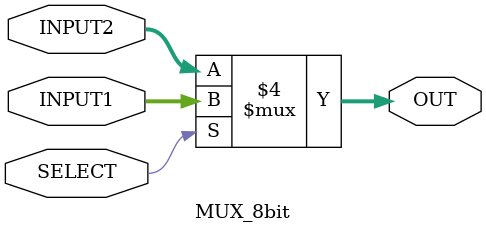
<source format=v>

module MUX_8bit(OUT,SELECT,INPUT1,INPUT2); 

input SELECT;
input [7:0] INPUT1,INPUT2;
output reg [7:0] OUT;
always @ (INPUT1 or INPUT2 or SELECT)   //mux have to generate output whenever inputsignals get changed
begin
	if (SELECT==1) 
		OUT = INPUT1;   //selecting inputs for output
	else 
		OUT = INPUT2;
end

endmodule

</source>
